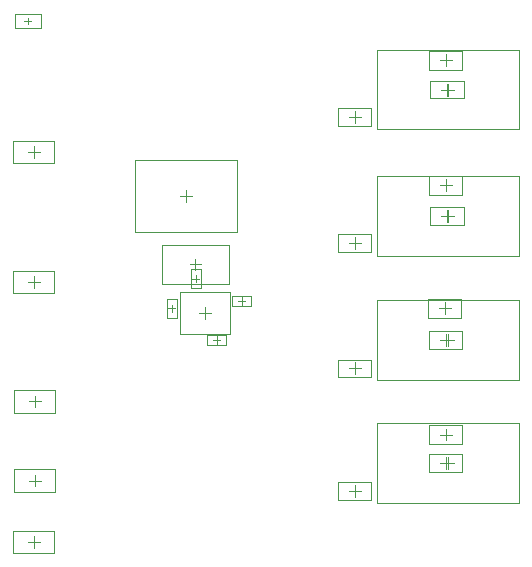
<source format=gbr>
G04 Layer_Color=32768*
%FSLAX26Y26*%
%MOIN*%
%TF.FileFunction,Other,Mechanical_15*%
%TF.Part,Single*%
G01*
G75*
%TA.AperFunction,NonConductor*%
%ADD47C,0.003937*%
%ADD55C,0.001968*%
D47*
X1358268Y842520D02*
X1397638D01*
X1377953Y822835D02*
Y862205D01*
X1358268Y433071D02*
X1397638D01*
X1377953Y413386D02*
Y452756D01*
X1358268Y1259842D02*
X1397638D01*
X1377953Y1240157D02*
Y1279527D01*
X1358268Y1681102D02*
X1397638D01*
X1377953Y1661417D02*
Y1700787D01*
X311024Y448820D02*
Y488190D01*
X291338Y468504D02*
X330708D01*
X307087Y244095D02*
Y283465D01*
X287401Y263779D02*
X326773D01*
X311024Y712597D02*
Y751967D01*
X291340Y732283D02*
X330710D01*
X307087Y1110235D02*
Y1149605D01*
X287401Y1129921D02*
X326771D01*
X307087Y1543306D02*
Y1582676D01*
X287401Y1562992D02*
X326773D01*
X846457Y1169291D02*
Y1208661D01*
X826772Y1188976D02*
X866142D01*
X814961Y1397638D02*
Y1437008D01*
X795275Y1417323D02*
X834646D01*
X1661417Y527559D02*
X1700787D01*
X1681102Y507874D02*
Y547244D01*
X1661417Y937008D02*
X1700787D01*
X1681102Y917323D02*
Y956693D01*
X1665354Y1771653D02*
X1704725D01*
X1685040Y1751968D02*
Y1791339D01*
X1665354Y1350394D02*
X1704724D01*
X1685039Y1330709D02*
Y1370079D01*
X1669291Y527559D02*
X1708661D01*
X1688976Y507874D02*
Y547244D01*
X1669291Y937008D02*
X1708661D01*
X1688976Y917323D02*
Y956693D01*
X1681102Y1850394D02*
Y1889764D01*
X1661417Y1870079D02*
X1700787D01*
X1677165Y1023622D02*
Y1062992D01*
X1657480Y1043307D02*
X1696850D01*
X858268Y1027559D02*
X897638D01*
X877953Y1007874D02*
Y1047244D01*
X1681102Y602362D02*
Y641732D01*
X1661417Y622047D02*
X1700787D01*
X1681102Y1433071D02*
Y1472441D01*
X1661417Y1452756D02*
X1700787D01*
X1669291Y1350394D02*
X1708661D01*
X1688976Y1330709D02*
Y1370079D01*
X1669291Y1771653D02*
X1708661D01*
X1688976Y1751968D02*
Y1791339D01*
D55*
X832252Y1172496D02*
X863748D01*
X832252Y1109504D02*
X863748D01*
X832252D02*
Y1172496D01*
X863748Y1109504D02*
Y1172496D01*
X848000Y1129189D02*
Y1152811D01*
X836189Y1141000D02*
X859811D01*
X1322835Y812992D02*
Y872047D01*
X1433071Y812992D02*
Y872047D01*
X1322835Y812992D02*
X1433071D01*
X1322835Y872047D02*
X1433071D01*
X1322835Y403543D02*
Y462598D01*
X1433071Y403543D02*
Y462598D01*
X1322835Y403543D02*
X1433071D01*
X1322835Y462598D02*
X1433071D01*
X1322835Y1230315D02*
Y1289370D01*
X1433071Y1230315D02*
Y1289370D01*
X1322835Y1230315D02*
X1433071D01*
X1322835Y1289370D02*
X1433071D01*
X1322835Y1651575D02*
Y1710630D01*
X1433071Y1651575D02*
Y1710630D01*
X1322835Y1651575D02*
X1433071D01*
X1322835Y1710630D02*
X1433071D01*
X242126Y431102D02*
X379922D01*
X242126Y505906D02*
X379922D01*
X242126Y431102D02*
Y505906D01*
X379922Y431102D02*
Y505906D01*
X238189Y301181D02*
X375985D01*
X238189Y226377D02*
X375985D01*
Y301181D01*
X238189Y226377D02*
Y301181D01*
X242126Y769685D02*
X379922D01*
X242126Y694881D02*
X379922D01*
Y769685D01*
X242126Y694881D02*
Y769685D01*
X238189Y1167323D02*
X375985D01*
X238189Y1092519D02*
X375985D01*
Y1167323D01*
X238189Y1092519D02*
Y1167323D01*
Y1525590D02*
X375985D01*
X238189Y1600394D02*
X375985D01*
X238189Y1525590D02*
Y1600394D01*
X375985Y1525590D02*
Y1600394D01*
X734252Y1124016D02*
X958661D01*
X734252Y1253937D02*
X958661D01*
Y1124016D02*
Y1253937D01*
X734252Y1124016D02*
Y1253937D01*
X643701Y1297244D02*
X986220D01*
X643701Y1537401D02*
X986220D01*
Y1297244D02*
Y1537401D01*
X643701Y1297244D02*
Y1537401D01*
X1625984Y498032D02*
Y557087D01*
X1736221Y498032D02*
Y557087D01*
X1625984D02*
X1736221D01*
X1625984Y498032D02*
X1736221D01*
X1736220Y907480D02*
Y966535D01*
X1625984Y907480D02*
Y966535D01*
Y907480D02*
X1736220D01*
X1625984Y966535D02*
X1736220D01*
X1629921Y1742126D02*
Y1801181D01*
X1740158Y1742126D02*
Y1801181D01*
X1629921D02*
X1740158D01*
X1629921Y1742126D02*
X1740158D01*
X1740157Y1320866D02*
Y1379921D01*
X1629921Y1320866D02*
Y1379921D01*
Y1320866D02*
X1740157D01*
X1629921Y1379921D02*
X1740157D01*
X1452756Y394882D02*
Y660236D01*
X1925197Y394882D02*
Y660236D01*
X1452756Y394882D02*
X1924803D01*
X1452756Y660236D02*
X1924803D01*
X1452756Y804331D02*
Y1069685D01*
X1925197Y804331D02*
Y1069685D01*
X1452756Y804331D02*
X1924803D01*
X1452756Y1069685D02*
X1924803D01*
X1625984Y1901575D02*
X1736220D01*
X1625984Y1838583D02*
X1736220D01*
X1625984D02*
Y1901575D01*
X1736220Y1838583D02*
Y1901575D01*
X1622047Y1074803D02*
X1732283D01*
X1622047Y1011811D02*
X1732283D01*
X1622047D02*
Y1074803D01*
X1732283Y1011811D02*
Y1074803D01*
X1031496Y1051181D02*
Y1082677D01*
X968504Y1051181D02*
Y1082677D01*
Y1051181D02*
X1031496D01*
X968504Y1082677D02*
X1031496D01*
X988189Y1066929D02*
X1011811D01*
X1000000Y1055118D02*
Y1078740D01*
X795276Y958662D02*
Y1096457D01*
X960630Y958662D02*
Y1096457D01*
X795276D02*
X960630D01*
X795276Y958662D02*
X960630D01*
X1625984Y653543D02*
X1736220D01*
X1625984Y590551D02*
X1736220D01*
X1625984D02*
Y653543D01*
X1736220Y590551D02*
Y653543D01*
X948819Y921260D02*
Y952756D01*
X885827Y921260D02*
Y952756D01*
Y921260D02*
X948819D01*
X885827Y952756D02*
X948819D01*
X905512Y937008D02*
X929134D01*
X917323Y925197D02*
Y948819D01*
X1625984Y1484252D02*
X1736220D01*
X1625984Y1421260D02*
X1736220D01*
X1625984D02*
Y1484252D01*
X1736220Y1421260D02*
Y1484252D01*
X1452756Y1217716D02*
Y1483071D01*
X1925197Y1217716D02*
Y1483071D01*
X1452756Y1217716D02*
X1924803D01*
X1452756Y1483071D02*
X1924803D01*
X1452756Y1638976D02*
Y1904331D01*
X1925197Y1638976D02*
Y1904331D01*
X1452756Y1638976D02*
X1924803D01*
X1452756Y1904331D02*
X1924803D01*
X751968Y1074803D02*
X783465D01*
X751968Y1011811D02*
X783465D01*
Y1074803D01*
X751968Y1011811D02*
Y1074803D01*
X767717Y1031496D02*
Y1055118D01*
X755906Y1043307D02*
X779528D01*
X244095Y1976378D02*
Y2023622D01*
X330709Y1976378D02*
Y2023622D01*
X244095Y1976378D02*
X330709D01*
X244095Y2023622D02*
X330709D01*
X276575Y2000000D02*
X298228D01*
X287402Y1989173D02*
Y2010827D01*
%TF.MD5,e5cee11b281eee2b66cd7e5051d586f9*%
M02*

</source>
